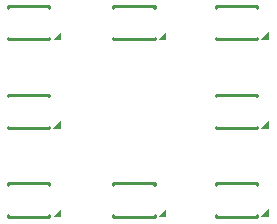
<source format=gto>
G04 Layer: TopSilkscreenLayer*
G04 EasyEDA Pro v2.2.25.6, 2024-08-18 10:38:01*
G04 Gerber Generator version 0.3*
G04 Scale: 100 percent, Rotated: No, Reflected: No*
G04 Dimensions in millimeters*
G04 Leading zeros omitted, absolute positions, 3 integers and 5 decimals*
%FSLAX35Y35*%
%MOMM*%
%ADD10C,0.254*%
G75*


G04 PolygonModel Start*
G54D10*
G01X345625Y1659999D02*
G01X695632Y1659999D01*
G01X695632Y1939994D02*
G01X345625Y1939994D01*
G01X695632Y1939994D02*
G01X695632Y1928111D01*
G01X695632Y1671881D02*
G01X695632Y1659999D01*
G01X345625Y1939994D02*
G01X345625Y1928111D01*
G01X345625Y1671881D02*
G01X345625Y1659999D01*
G01X671970Y1939994D02*
G01X683750Y1939994D01*
G01X683750Y1939994D02*
G01X695632Y1928111D01*
G36*
G01X721878Y1654995D02*
G01X791878Y1654995D01*
G01X791878Y1724995D01*
G01X721878Y1654995D01*
G37*
G01X1235624Y1659999D02*
G01X1585631Y1659999D01*
G01X1585631Y1939994D02*
G01X1235624Y1939994D01*
G01X1585631Y1939994D02*
G01X1585631Y1928111D01*
G01X1585631Y1671881D02*
G01X1585631Y1659999D01*
G01X1235624Y1939994D02*
G01X1235624Y1928111D01*
G01X1235624Y1671881D02*
G01X1235624Y1659999D01*
G01X1561968Y1939994D02*
G01X1573748Y1939994D01*
G01X1573748Y1939994D02*
G01X1585631Y1928111D01*
G36*
G01X1611876Y1654995D02*
G01X1681876Y1654995D01*
G01X1681876Y1724995D01*
G01X1611876Y1654995D01*
G37*
G01X2105622Y1659999D02*
G01X2455629Y1659999D01*
G01X2455629Y1939994D02*
G01X2105622Y1939994D01*
G01X2455629Y1939994D02*
G01X2455629Y1928111D01*
G01X2455629Y1671881D02*
G01X2455629Y1659999D01*
G01X2105622Y1939994D02*
G01X2105622Y1928111D01*
G01X2105622Y1671881D02*
G01X2105622Y1659999D01*
G01X2431966Y1939994D02*
G01X2443747Y1939994D01*
G01X2443747Y1939994D02*
G01X2455629Y1928111D01*
G36*
G01X2481875Y1654995D02*
G01X2551875Y1654995D01*
G01X2551875Y1724995D01*
G01X2481875Y1654995D01*
G37*
G01X345625Y910001D02*
G01X695632Y910001D01*
G01X695632Y1189995D02*
G01X345625Y1189995D01*
G01X695632Y1189995D02*
G01X695632Y1178113D01*
G01X695632Y921883D02*
G01X695632Y910001D01*
G01X345625Y1189995D02*
G01X345625Y1178113D01*
G01X345625Y921883D02*
G01X345625Y910001D01*
G01X671970Y1189995D02*
G01X683750Y1189995D01*
G01X683750Y1189995D02*
G01X695632Y1178113D01*
G36*
G01X721878Y904997D02*
G01X791878Y904997D01*
G01X791878Y974997D01*
G01X721878Y904997D01*
G37*
G01X2105622Y910001D02*
G01X2455629Y910001D01*
G01X2455629Y1189995D02*
G01X2105622Y1189995D01*
G01X2455629Y1189995D02*
G01X2455629Y1178113D01*
G01X2455629Y921883D02*
G01X2455629Y910001D01*
G01X2105622Y1189995D02*
G01X2105622Y1178113D01*
G01X2105622Y921883D02*
G01X2105622Y910001D01*
G01X2431966Y1189995D02*
G01X2443747Y1189995D01*
G01X2443747Y1189995D02*
G01X2455629Y1178113D01*
G36*
G01X2481875Y904997D02*
G01X2551875Y904997D01*
G01X2551875Y974997D01*
G01X2481875Y904997D01*
G37*
G01X345625Y160002D02*
G01X695632Y160002D01*
G01X695632Y439997D02*
G01X345625Y439997D01*
G01X695632Y439997D02*
G01X695632Y428114D01*
G01X695632Y171884D02*
G01X695632Y160002D01*
G01X345625Y439997D02*
G01X345625Y428114D01*
G01X345625Y171884D02*
G01X345625Y160002D01*
G01X671970Y439997D02*
G01X683750Y439997D01*
G01X683750Y439997D02*
G01X695632Y428114D01*
G36*
G01X721878Y154998D02*
G01X791878Y154998D01*
G01X791878Y224998D01*
G01X721878Y154998D01*
G37*
G01X1235624Y160002D02*
G01X1585631Y160002D01*
G01X1585631Y439997D02*
G01X1235624Y439997D01*
G01X1585631Y439997D02*
G01X1585631Y428114D01*
G01X1585631Y171884D02*
G01X1585631Y160002D01*
G01X1235624Y439997D02*
G01X1235624Y428114D01*
G01X1235624Y171884D02*
G01X1235624Y160002D01*
G01X1561968Y439997D02*
G01X1573748Y439997D01*
G01X1573748Y439997D02*
G01X1585631Y428114D01*
G36*
G01X1611876Y154998D02*
G01X1681876Y154998D01*
G01X1681876Y224998D01*
G01X1611876Y154998D01*
G37*
G01X2105622Y160002D02*
G01X2455629Y160002D01*
G01X2455629Y439997D02*
G01X2105622Y439997D01*
G01X2455629Y439997D02*
G01X2455629Y428114D01*
G01X2455629Y171884D02*
G01X2455629Y160002D01*
G01X2105622Y439997D02*
G01X2105622Y428114D01*
G01X2105622Y171884D02*
G01X2105622Y160002D01*
G01X2431966Y439997D02*
G01X2443747Y439997D01*
G01X2443747Y439997D02*
G01X2455629Y428114D01*
G36*
G01X2481875Y154998D02*
G01X2551875Y154998D01*
G01X2551875Y224998D01*
G01X2481875Y154998D01*
G37*

M02*


</source>
